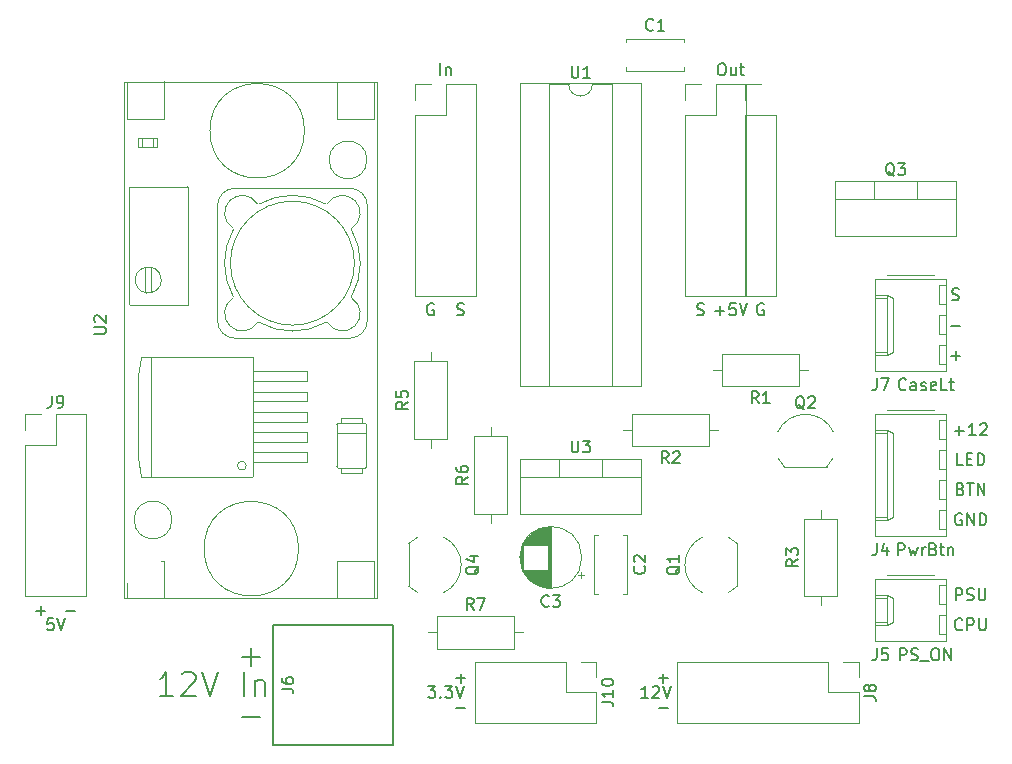
<source format=gto>
G04 #@! TF.GenerationSoftware,KiCad,Pcbnew,(5.1.10)-1*
G04 #@! TF.CreationDate,2021-09-17T19:57:58-07:00*
G04 #@! TF.ProjectId,PrinterExpansion,5072696e-7465-4724-9578-70616e73696f,rev?*
G04 #@! TF.SameCoordinates,Original*
G04 #@! TF.FileFunction,Legend,Top*
G04 #@! TF.FilePolarity,Positive*
%FSLAX46Y46*%
G04 Gerber Fmt 4.6, Leading zero omitted, Abs format (unit mm)*
G04 Created by KiCad (PCBNEW (5.1.10)-1) date 2021-09-17 19:57:58*
%MOMM*%
%LPD*%
G01*
G04 APERTURE LIST*
%ADD10C,0.150000*%
%ADD11C,0.120000*%
%ADD12O,1.905000X2.000000*%
%ADD13R,1.905000X2.000000*%
%ADD14C,1.600000*%
%ADD15R,1.600000X1.600000*%
%ADD16O,1.600000X1.600000*%
%ADD17C,3.000000*%
%ADD18R,3.000000X3.000000*%
%ADD19O,1.700000X1.700000*%
%ADD20R,1.700000X1.700000*%
%ADD21R,1.500000X1.500000*%
%ADD22C,1.500000*%
%ADD23C,3.200000*%
%ADD24C,2.540000*%
%ADD25R,2.540000X2.540000*%
%ADD26O,2.190000X1.740000*%
G04 APERTURE END LIST*
D10*
X70739047Y-76906428D02*
X71500952Y-76906428D01*
X68373809Y-75017380D02*
X68992857Y-75017380D01*
X68659523Y-75398333D01*
X68802380Y-75398333D01*
X68897619Y-75445952D01*
X68945238Y-75493571D01*
X68992857Y-75588809D01*
X68992857Y-75826904D01*
X68945238Y-75922142D01*
X68897619Y-75969761D01*
X68802380Y-76017380D01*
X68516666Y-76017380D01*
X68421428Y-75969761D01*
X68373809Y-75922142D01*
X69421428Y-75922142D02*
X69469047Y-75969761D01*
X69421428Y-76017380D01*
X69373809Y-75969761D01*
X69421428Y-75922142D01*
X69421428Y-76017380D01*
X69802380Y-75017380D02*
X70421428Y-75017380D01*
X70088095Y-75398333D01*
X70230952Y-75398333D01*
X70326190Y-75445952D01*
X70373809Y-75493571D01*
X70421428Y-75588809D01*
X70421428Y-75826904D01*
X70373809Y-75922142D01*
X70326190Y-75969761D01*
X70230952Y-76017380D01*
X69945238Y-76017380D01*
X69850000Y-75969761D01*
X69802380Y-75922142D01*
X70707142Y-75017380D02*
X71040476Y-76017380D01*
X71373809Y-75017380D01*
X70739047Y-74366428D02*
X71500952Y-74366428D01*
X71120000Y-74747380D02*
X71120000Y-73985476D01*
X93146666Y-22312380D02*
X93337142Y-22312380D01*
X93432380Y-22360000D01*
X93527619Y-22455238D01*
X93575238Y-22645714D01*
X93575238Y-22979047D01*
X93527619Y-23169523D01*
X93432380Y-23264761D01*
X93337142Y-23312380D01*
X93146666Y-23312380D01*
X93051428Y-23264761D01*
X92956190Y-23169523D01*
X92908571Y-22979047D01*
X92908571Y-22645714D01*
X92956190Y-22455238D01*
X93051428Y-22360000D01*
X93146666Y-22312380D01*
X94432380Y-22645714D02*
X94432380Y-23312380D01*
X94003809Y-22645714D02*
X94003809Y-23169523D01*
X94051428Y-23264761D01*
X94146666Y-23312380D01*
X94289523Y-23312380D01*
X94384761Y-23264761D01*
X94432380Y-23217142D01*
X94765714Y-22645714D02*
X95146666Y-22645714D01*
X94908571Y-22312380D02*
X94908571Y-23169523D01*
X94956190Y-23264761D01*
X95051428Y-23312380D01*
X95146666Y-23312380D01*
X69397619Y-23312380D02*
X69397619Y-22312380D01*
X69873809Y-22645714D02*
X69873809Y-23312380D01*
X69873809Y-22740952D02*
X69921428Y-22693333D01*
X70016666Y-22645714D01*
X70159523Y-22645714D01*
X70254761Y-22693333D01*
X70302380Y-22788571D01*
X70302380Y-23312380D01*
X96781904Y-42680000D02*
X96686666Y-42632380D01*
X96543809Y-42632380D01*
X96400952Y-42680000D01*
X96305714Y-42775238D01*
X96258095Y-42870476D01*
X96210476Y-43060952D01*
X96210476Y-43203809D01*
X96258095Y-43394285D01*
X96305714Y-43489523D01*
X96400952Y-43584761D01*
X96543809Y-43632380D01*
X96639047Y-43632380D01*
X96781904Y-43584761D01*
X96829523Y-43537142D01*
X96829523Y-43203809D01*
X96639047Y-43203809D01*
X92694285Y-43251428D02*
X93456190Y-43251428D01*
X93075238Y-43632380D02*
X93075238Y-42870476D01*
X94408571Y-42632380D02*
X93932380Y-42632380D01*
X93884761Y-43108571D01*
X93932380Y-43060952D01*
X94027619Y-43013333D01*
X94265714Y-43013333D01*
X94360952Y-43060952D01*
X94408571Y-43108571D01*
X94456190Y-43203809D01*
X94456190Y-43441904D01*
X94408571Y-43537142D01*
X94360952Y-43584761D01*
X94265714Y-43632380D01*
X94027619Y-43632380D01*
X93932380Y-43584761D01*
X93884761Y-43537142D01*
X94741904Y-42632380D02*
X95075238Y-43632380D01*
X95408571Y-42632380D01*
X91154285Y-43584761D02*
X91297142Y-43632380D01*
X91535238Y-43632380D01*
X91630476Y-43584761D01*
X91678095Y-43537142D01*
X91725714Y-43441904D01*
X91725714Y-43346666D01*
X91678095Y-43251428D01*
X91630476Y-43203809D01*
X91535238Y-43156190D01*
X91344761Y-43108571D01*
X91249523Y-43060952D01*
X91201904Y-43013333D01*
X91154285Y-42918095D01*
X91154285Y-42822857D01*
X91201904Y-42727619D01*
X91249523Y-42680000D01*
X91344761Y-42632380D01*
X91582857Y-42632380D01*
X91725714Y-42680000D01*
X70834285Y-43584761D02*
X70977142Y-43632380D01*
X71215238Y-43632380D01*
X71310476Y-43584761D01*
X71358095Y-43537142D01*
X71405714Y-43441904D01*
X71405714Y-43346666D01*
X71358095Y-43251428D01*
X71310476Y-43203809D01*
X71215238Y-43156190D01*
X71024761Y-43108571D01*
X70929523Y-43060952D01*
X70881904Y-43013333D01*
X70834285Y-42918095D01*
X70834285Y-42822857D01*
X70881904Y-42727619D01*
X70929523Y-42680000D01*
X71024761Y-42632380D01*
X71262857Y-42632380D01*
X71405714Y-42680000D01*
X68841904Y-42680000D02*
X68746666Y-42632380D01*
X68603809Y-42632380D01*
X68460952Y-42680000D01*
X68365714Y-42775238D01*
X68318095Y-42870476D01*
X68270476Y-43060952D01*
X68270476Y-43203809D01*
X68318095Y-43394285D01*
X68365714Y-43489523D01*
X68460952Y-43584761D01*
X68603809Y-43632380D01*
X68699047Y-43632380D01*
X68841904Y-43584761D01*
X68889523Y-43537142D01*
X68889523Y-43203809D01*
X68699047Y-43203809D01*
X108156666Y-63952380D02*
X108156666Y-62952380D01*
X108537619Y-62952380D01*
X108632857Y-63000000D01*
X108680476Y-63047619D01*
X108728095Y-63142857D01*
X108728095Y-63285714D01*
X108680476Y-63380952D01*
X108632857Y-63428571D01*
X108537619Y-63476190D01*
X108156666Y-63476190D01*
X109061428Y-63285714D02*
X109251904Y-63952380D01*
X109442380Y-63476190D01*
X109632857Y-63952380D01*
X109823333Y-63285714D01*
X110204285Y-63952380D02*
X110204285Y-63285714D01*
X110204285Y-63476190D02*
X110251904Y-63380952D01*
X110299523Y-63333333D01*
X110394761Y-63285714D01*
X110490000Y-63285714D01*
X111156666Y-63428571D02*
X111299523Y-63476190D01*
X111347142Y-63523809D01*
X111394761Y-63619047D01*
X111394761Y-63761904D01*
X111347142Y-63857142D01*
X111299523Y-63904761D01*
X111204285Y-63952380D01*
X110823333Y-63952380D01*
X110823333Y-62952380D01*
X111156666Y-62952380D01*
X111251904Y-63000000D01*
X111299523Y-63047619D01*
X111347142Y-63142857D01*
X111347142Y-63238095D01*
X111299523Y-63333333D01*
X111251904Y-63380952D01*
X111156666Y-63428571D01*
X110823333Y-63428571D01*
X111680476Y-63285714D02*
X112061428Y-63285714D01*
X111823333Y-62952380D02*
X111823333Y-63809523D01*
X111870952Y-63904761D01*
X111966190Y-63952380D01*
X112061428Y-63952380D01*
X112394761Y-63285714D02*
X112394761Y-63952380D01*
X112394761Y-63380952D02*
X112442380Y-63333333D01*
X112537619Y-63285714D01*
X112680476Y-63285714D01*
X112775714Y-63333333D01*
X112823333Y-63428571D01*
X112823333Y-63952380D01*
X108323333Y-72842380D02*
X108323333Y-71842380D01*
X108704285Y-71842380D01*
X108799523Y-71890000D01*
X108847142Y-71937619D01*
X108894761Y-72032857D01*
X108894761Y-72175714D01*
X108847142Y-72270952D01*
X108799523Y-72318571D01*
X108704285Y-72366190D01*
X108323333Y-72366190D01*
X109275714Y-72794761D02*
X109418571Y-72842380D01*
X109656666Y-72842380D01*
X109751904Y-72794761D01*
X109799523Y-72747142D01*
X109847142Y-72651904D01*
X109847142Y-72556666D01*
X109799523Y-72461428D01*
X109751904Y-72413809D01*
X109656666Y-72366190D01*
X109466190Y-72318571D01*
X109370952Y-72270952D01*
X109323333Y-72223333D01*
X109275714Y-72128095D01*
X109275714Y-72032857D01*
X109323333Y-71937619D01*
X109370952Y-71890000D01*
X109466190Y-71842380D01*
X109704285Y-71842380D01*
X109847142Y-71890000D01*
X110037619Y-72937619D02*
X110799523Y-72937619D01*
X111228095Y-71842380D02*
X111418571Y-71842380D01*
X111513809Y-71890000D01*
X111609047Y-71985238D01*
X111656666Y-72175714D01*
X111656666Y-72509047D01*
X111609047Y-72699523D01*
X111513809Y-72794761D01*
X111418571Y-72842380D01*
X111228095Y-72842380D01*
X111132857Y-72794761D01*
X111037619Y-72699523D01*
X110990000Y-72509047D01*
X110990000Y-72175714D01*
X111037619Y-71985238D01*
X111132857Y-71890000D01*
X111228095Y-71842380D01*
X112085238Y-72842380D02*
X112085238Y-71842380D01*
X112656666Y-72842380D01*
X112656666Y-71842380D01*
X108823333Y-49887142D02*
X108775714Y-49934761D01*
X108632857Y-49982380D01*
X108537619Y-49982380D01*
X108394761Y-49934761D01*
X108299523Y-49839523D01*
X108251904Y-49744285D01*
X108204285Y-49553809D01*
X108204285Y-49410952D01*
X108251904Y-49220476D01*
X108299523Y-49125238D01*
X108394761Y-49030000D01*
X108537619Y-48982380D01*
X108632857Y-48982380D01*
X108775714Y-49030000D01*
X108823333Y-49077619D01*
X109680476Y-49982380D02*
X109680476Y-49458571D01*
X109632857Y-49363333D01*
X109537619Y-49315714D01*
X109347142Y-49315714D01*
X109251904Y-49363333D01*
X109680476Y-49934761D02*
X109585238Y-49982380D01*
X109347142Y-49982380D01*
X109251904Y-49934761D01*
X109204285Y-49839523D01*
X109204285Y-49744285D01*
X109251904Y-49649047D01*
X109347142Y-49601428D01*
X109585238Y-49601428D01*
X109680476Y-49553809D01*
X110109047Y-49934761D02*
X110204285Y-49982380D01*
X110394761Y-49982380D01*
X110490000Y-49934761D01*
X110537619Y-49839523D01*
X110537619Y-49791904D01*
X110490000Y-49696666D01*
X110394761Y-49649047D01*
X110251904Y-49649047D01*
X110156666Y-49601428D01*
X110109047Y-49506190D01*
X110109047Y-49458571D01*
X110156666Y-49363333D01*
X110251904Y-49315714D01*
X110394761Y-49315714D01*
X110490000Y-49363333D01*
X111347142Y-49934761D02*
X111251904Y-49982380D01*
X111061428Y-49982380D01*
X110966190Y-49934761D01*
X110918571Y-49839523D01*
X110918571Y-49458571D01*
X110966190Y-49363333D01*
X111061428Y-49315714D01*
X111251904Y-49315714D01*
X111347142Y-49363333D01*
X111394761Y-49458571D01*
X111394761Y-49553809D01*
X110918571Y-49649047D01*
X112299523Y-49982380D02*
X111823333Y-49982380D01*
X111823333Y-48982380D01*
X112490000Y-49315714D02*
X112870952Y-49315714D01*
X112632857Y-48982380D02*
X112632857Y-49839523D01*
X112680476Y-49934761D01*
X112775714Y-49982380D01*
X112870952Y-49982380D01*
X112649047Y-47061428D02*
X113410952Y-47061428D01*
X113030000Y-47442380D02*
X113030000Y-46680476D01*
X112744285Y-42314761D02*
X112887142Y-42362380D01*
X113125238Y-42362380D01*
X113220476Y-42314761D01*
X113268095Y-42267142D01*
X113315714Y-42171904D01*
X113315714Y-42076666D01*
X113268095Y-41981428D01*
X113220476Y-41933809D01*
X113125238Y-41886190D01*
X112934761Y-41838571D01*
X112839523Y-41790952D01*
X112791904Y-41743333D01*
X112744285Y-41648095D01*
X112744285Y-41552857D01*
X112791904Y-41457619D01*
X112839523Y-41410000D01*
X112934761Y-41362380D01*
X113172857Y-41362380D01*
X113315714Y-41410000D01*
X112649047Y-44521428D02*
X113410952Y-44521428D01*
X112966666Y-53411428D02*
X113728571Y-53411428D01*
X113347619Y-53792380D02*
X113347619Y-53030476D01*
X114728571Y-53792380D02*
X114157142Y-53792380D01*
X114442857Y-53792380D02*
X114442857Y-52792380D01*
X114347619Y-52935238D01*
X114252380Y-53030476D01*
X114157142Y-53078095D01*
X115109523Y-52887619D02*
X115157142Y-52840000D01*
X115252380Y-52792380D01*
X115490476Y-52792380D01*
X115585714Y-52840000D01*
X115633333Y-52887619D01*
X115680952Y-52982857D01*
X115680952Y-53078095D01*
X115633333Y-53220952D01*
X115061904Y-53792380D01*
X115680952Y-53792380D01*
X113538095Y-60460000D02*
X113442857Y-60412380D01*
X113300000Y-60412380D01*
X113157142Y-60460000D01*
X113061904Y-60555238D01*
X113014285Y-60650476D01*
X112966666Y-60840952D01*
X112966666Y-60983809D01*
X113014285Y-61174285D01*
X113061904Y-61269523D01*
X113157142Y-61364761D01*
X113300000Y-61412380D01*
X113395238Y-61412380D01*
X113538095Y-61364761D01*
X113585714Y-61317142D01*
X113585714Y-60983809D01*
X113395238Y-60983809D01*
X114014285Y-61412380D02*
X114014285Y-60412380D01*
X114585714Y-61412380D01*
X114585714Y-60412380D01*
X115061904Y-61412380D02*
X115061904Y-60412380D01*
X115300000Y-60412380D01*
X115442857Y-60460000D01*
X115538095Y-60555238D01*
X115585714Y-60650476D01*
X115633333Y-60840952D01*
X115633333Y-60983809D01*
X115585714Y-61174285D01*
X115538095Y-61269523D01*
X115442857Y-61364761D01*
X115300000Y-61412380D01*
X115061904Y-61412380D01*
X113657142Y-56332380D02*
X113180952Y-56332380D01*
X113180952Y-55332380D01*
X113990476Y-55808571D02*
X114323809Y-55808571D01*
X114466666Y-56332380D02*
X113990476Y-56332380D01*
X113990476Y-55332380D01*
X114466666Y-55332380D01*
X114895238Y-56332380D02*
X114895238Y-55332380D01*
X115133333Y-55332380D01*
X115276190Y-55380000D01*
X115371428Y-55475238D01*
X115419047Y-55570476D01*
X115466666Y-55760952D01*
X115466666Y-55903809D01*
X115419047Y-56094285D01*
X115371428Y-56189523D01*
X115276190Y-56284761D01*
X115133333Y-56332380D01*
X114895238Y-56332380D01*
X113466666Y-58348571D02*
X113609523Y-58396190D01*
X113657142Y-58443809D01*
X113704761Y-58539047D01*
X113704761Y-58681904D01*
X113657142Y-58777142D01*
X113609523Y-58824761D01*
X113514285Y-58872380D01*
X113133333Y-58872380D01*
X113133333Y-57872380D01*
X113466666Y-57872380D01*
X113561904Y-57920000D01*
X113609523Y-57967619D01*
X113657142Y-58062857D01*
X113657142Y-58158095D01*
X113609523Y-58253333D01*
X113561904Y-58300952D01*
X113466666Y-58348571D01*
X113133333Y-58348571D01*
X113990476Y-57872380D02*
X114561904Y-57872380D01*
X114276190Y-58872380D02*
X114276190Y-57872380D01*
X114895238Y-58872380D02*
X114895238Y-57872380D01*
X115466666Y-58872380D01*
X115466666Y-57872380D01*
X113585714Y-70207142D02*
X113538095Y-70254761D01*
X113395238Y-70302380D01*
X113300000Y-70302380D01*
X113157142Y-70254761D01*
X113061904Y-70159523D01*
X113014285Y-70064285D01*
X112966666Y-69873809D01*
X112966666Y-69730952D01*
X113014285Y-69540476D01*
X113061904Y-69445238D01*
X113157142Y-69350000D01*
X113300000Y-69302380D01*
X113395238Y-69302380D01*
X113538095Y-69350000D01*
X113585714Y-69397619D01*
X114014285Y-70302380D02*
X114014285Y-69302380D01*
X114395238Y-69302380D01*
X114490476Y-69350000D01*
X114538095Y-69397619D01*
X114585714Y-69492857D01*
X114585714Y-69635714D01*
X114538095Y-69730952D01*
X114490476Y-69778571D01*
X114395238Y-69826190D01*
X114014285Y-69826190D01*
X115014285Y-69302380D02*
X115014285Y-70111904D01*
X115061904Y-70207142D01*
X115109523Y-70254761D01*
X115204761Y-70302380D01*
X115395238Y-70302380D01*
X115490476Y-70254761D01*
X115538095Y-70207142D01*
X115585714Y-70111904D01*
X115585714Y-69302380D01*
X113038095Y-67762380D02*
X113038095Y-66762380D01*
X113419047Y-66762380D01*
X113514285Y-66810000D01*
X113561904Y-66857619D01*
X113609523Y-66952857D01*
X113609523Y-67095714D01*
X113561904Y-67190952D01*
X113514285Y-67238571D01*
X113419047Y-67286190D01*
X113038095Y-67286190D01*
X113990476Y-67714761D02*
X114133333Y-67762380D01*
X114371428Y-67762380D01*
X114466666Y-67714761D01*
X114514285Y-67667142D01*
X114561904Y-67571904D01*
X114561904Y-67476666D01*
X114514285Y-67381428D01*
X114466666Y-67333809D01*
X114371428Y-67286190D01*
X114180952Y-67238571D01*
X114085714Y-67190952D01*
X114038095Y-67143333D01*
X113990476Y-67048095D01*
X113990476Y-66952857D01*
X114038095Y-66857619D01*
X114085714Y-66810000D01*
X114180952Y-66762380D01*
X114419047Y-66762380D01*
X114561904Y-66810000D01*
X114990476Y-66762380D02*
X114990476Y-67571904D01*
X115038095Y-67667142D01*
X115085714Y-67714761D01*
X115180952Y-67762380D01*
X115371428Y-67762380D01*
X115466666Y-67714761D01*
X115514285Y-67667142D01*
X115561904Y-67571904D01*
X115561904Y-66762380D01*
X46784047Y-75834761D02*
X45641190Y-75834761D01*
X46212619Y-75834761D02*
X46212619Y-73834761D01*
X46022142Y-74120476D01*
X45831666Y-74310952D01*
X45641190Y-74406190D01*
X47545952Y-74025238D02*
X47641190Y-73930000D01*
X47831666Y-73834761D01*
X48307857Y-73834761D01*
X48498333Y-73930000D01*
X48593571Y-74025238D01*
X48688809Y-74215714D01*
X48688809Y-74406190D01*
X48593571Y-74691904D01*
X47450714Y-75834761D01*
X48688809Y-75834761D01*
X49260238Y-73834761D02*
X49926904Y-75834761D01*
X50593571Y-73834761D01*
X52784047Y-75834761D02*
X52784047Y-73834761D01*
X53736428Y-74501428D02*
X53736428Y-75834761D01*
X53736428Y-74691904D02*
X53831666Y-74596666D01*
X54022142Y-74501428D01*
X54307857Y-74501428D01*
X54498333Y-74596666D01*
X54593571Y-74787142D01*
X54593571Y-75834761D01*
X36639523Y-69302380D02*
X36163333Y-69302380D01*
X36115714Y-69778571D01*
X36163333Y-69730952D01*
X36258571Y-69683333D01*
X36496666Y-69683333D01*
X36591904Y-69730952D01*
X36639523Y-69778571D01*
X36687142Y-69873809D01*
X36687142Y-70111904D01*
X36639523Y-70207142D01*
X36591904Y-70254761D01*
X36496666Y-70302380D01*
X36258571Y-70302380D01*
X36163333Y-70254761D01*
X36115714Y-70207142D01*
X36972857Y-69302380D02*
X37306190Y-70302380D01*
X37639523Y-69302380D01*
X37719047Y-68651428D02*
X38480952Y-68651428D01*
X35179047Y-68651428D02*
X35940952Y-68651428D01*
X35560000Y-69032380D02*
X35560000Y-68270476D01*
X87010952Y-76017380D02*
X86439523Y-76017380D01*
X86725238Y-76017380D02*
X86725238Y-75017380D01*
X86630000Y-75160238D01*
X86534761Y-75255476D01*
X86439523Y-75303095D01*
X87391904Y-75112619D02*
X87439523Y-75065000D01*
X87534761Y-75017380D01*
X87772857Y-75017380D01*
X87868095Y-75065000D01*
X87915714Y-75112619D01*
X87963333Y-75207857D01*
X87963333Y-75303095D01*
X87915714Y-75445952D01*
X87344285Y-76017380D01*
X87963333Y-76017380D01*
X88249047Y-75017380D02*
X88582380Y-76017380D01*
X88915714Y-75017380D01*
X87884047Y-76906428D02*
X88645952Y-76906428D01*
X87884047Y-74366428D02*
X88645952Y-74366428D01*
X88265000Y-74747380D02*
X88265000Y-73985476D01*
X52578095Y-77612857D02*
X54101904Y-77612857D01*
X52578095Y-72532857D02*
X54101904Y-72532857D01*
X53340000Y-73294761D02*
X53340000Y-71770952D01*
D11*
X76160000Y-55785000D02*
X86400000Y-55785000D01*
X76160000Y-60426000D02*
X86400000Y-60426000D01*
X76160000Y-55785000D02*
X76160000Y-60426000D01*
X86400000Y-55785000D02*
X86400000Y-60426000D01*
X76160000Y-57295000D02*
X86400000Y-57295000D01*
X79430000Y-55785000D02*
X79430000Y-57295000D01*
X83131000Y-55785000D02*
X83131000Y-57295000D01*
X81380000Y-64135000D02*
G75*
G03*
X81380000Y-64135000I-2620000J0D01*
G01*
X78760000Y-66715000D02*
X78760000Y-61555000D01*
X78720000Y-66715000D02*
X78720000Y-61555000D01*
X78680000Y-66714000D02*
X78680000Y-61556000D01*
X78640000Y-66713000D02*
X78640000Y-61557000D01*
X78600000Y-66711000D02*
X78600000Y-61559000D01*
X78560000Y-66708000D02*
X78560000Y-61562000D01*
X78520000Y-66704000D02*
X78520000Y-65175000D01*
X78520000Y-63095000D02*
X78520000Y-61566000D01*
X78480000Y-66700000D02*
X78480000Y-65175000D01*
X78480000Y-63095000D02*
X78480000Y-61570000D01*
X78440000Y-66696000D02*
X78440000Y-65175000D01*
X78440000Y-63095000D02*
X78440000Y-61574000D01*
X78400000Y-66691000D02*
X78400000Y-65175000D01*
X78400000Y-63095000D02*
X78400000Y-61579000D01*
X78360000Y-66685000D02*
X78360000Y-65175000D01*
X78360000Y-63095000D02*
X78360000Y-61585000D01*
X78320000Y-66678000D02*
X78320000Y-65175000D01*
X78320000Y-63095000D02*
X78320000Y-61592000D01*
X78280000Y-66671000D02*
X78280000Y-65175000D01*
X78280000Y-63095000D02*
X78280000Y-61599000D01*
X78240000Y-66663000D02*
X78240000Y-65175000D01*
X78240000Y-63095000D02*
X78240000Y-61607000D01*
X78200000Y-66655000D02*
X78200000Y-65175000D01*
X78200000Y-63095000D02*
X78200000Y-61615000D01*
X78160000Y-66646000D02*
X78160000Y-65175000D01*
X78160000Y-63095000D02*
X78160000Y-61624000D01*
X78120000Y-66636000D02*
X78120000Y-65175000D01*
X78120000Y-63095000D02*
X78120000Y-61634000D01*
X78080000Y-66626000D02*
X78080000Y-65175000D01*
X78080000Y-63095000D02*
X78080000Y-61644000D01*
X78039000Y-66615000D02*
X78039000Y-65175000D01*
X78039000Y-63095000D02*
X78039000Y-61655000D01*
X77999000Y-66603000D02*
X77999000Y-65175000D01*
X77999000Y-63095000D02*
X77999000Y-61667000D01*
X77959000Y-66590000D02*
X77959000Y-65175000D01*
X77959000Y-63095000D02*
X77959000Y-61680000D01*
X77919000Y-66577000D02*
X77919000Y-65175000D01*
X77919000Y-63095000D02*
X77919000Y-61693000D01*
X77879000Y-66563000D02*
X77879000Y-65175000D01*
X77879000Y-63095000D02*
X77879000Y-61707000D01*
X77839000Y-66549000D02*
X77839000Y-65175000D01*
X77839000Y-63095000D02*
X77839000Y-61721000D01*
X77799000Y-66533000D02*
X77799000Y-65175000D01*
X77799000Y-63095000D02*
X77799000Y-61737000D01*
X77759000Y-66517000D02*
X77759000Y-65175000D01*
X77759000Y-63095000D02*
X77759000Y-61753000D01*
X77719000Y-66500000D02*
X77719000Y-65175000D01*
X77719000Y-63095000D02*
X77719000Y-61770000D01*
X77679000Y-66483000D02*
X77679000Y-65175000D01*
X77679000Y-63095000D02*
X77679000Y-61787000D01*
X77639000Y-66464000D02*
X77639000Y-65175000D01*
X77639000Y-63095000D02*
X77639000Y-61806000D01*
X77599000Y-66445000D02*
X77599000Y-65175000D01*
X77599000Y-63095000D02*
X77599000Y-61825000D01*
X77559000Y-66425000D02*
X77559000Y-65175000D01*
X77559000Y-63095000D02*
X77559000Y-61845000D01*
X77519000Y-66403000D02*
X77519000Y-65175000D01*
X77519000Y-63095000D02*
X77519000Y-61867000D01*
X77479000Y-66382000D02*
X77479000Y-65175000D01*
X77479000Y-63095000D02*
X77479000Y-61888000D01*
X77439000Y-66359000D02*
X77439000Y-65175000D01*
X77439000Y-63095000D02*
X77439000Y-61911000D01*
X77399000Y-66335000D02*
X77399000Y-65175000D01*
X77399000Y-63095000D02*
X77399000Y-61935000D01*
X77359000Y-66310000D02*
X77359000Y-65175000D01*
X77359000Y-63095000D02*
X77359000Y-61960000D01*
X77319000Y-66284000D02*
X77319000Y-65175000D01*
X77319000Y-63095000D02*
X77319000Y-61986000D01*
X77279000Y-66257000D02*
X77279000Y-65175000D01*
X77279000Y-63095000D02*
X77279000Y-62013000D01*
X77239000Y-66230000D02*
X77239000Y-65175000D01*
X77239000Y-63095000D02*
X77239000Y-62040000D01*
X77199000Y-66200000D02*
X77199000Y-65175000D01*
X77199000Y-63095000D02*
X77199000Y-62070000D01*
X77159000Y-66170000D02*
X77159000Y-65175000D01*
X77159000Y-63095000D02*
X77159000Y-62100000D01*
X77119000Y-66139000D02*
X77119000Y-65175000D01*
X77119000Y-63095000D02*
X77119000Y-62131000D01*
X77079000Y-66106000D02*
X77079000Y-65175000D01*
X77079000Y-63095000D02*
X77079000Y-62164000D01*
X77039000Y-66072000D02*
X77039000Y-65175000D01*
X77039000Y-63095000D02*
X77039000Y-62198000D01*
X76999000Y-66036000D02*
X76999000Y-65175000D01*
X76999000Y-63095000D02*
X76999000Y-62234000D01*
X76959000Y-65999000D02*
X76959000Y-65175000D01*
X76959000Y-63095000D02*
X76959000Y-62271000D01*
X76919000Y-65961000D02*
X76919000Y-65175000D01*
X76919000Y-63095000D02*
X76919000Y-62309000D01*
X76879000Y-65920000D02*
X76879000Y-65175000D01*
X76879000Y-63095000D02*
X76879000Y-62350000D01*
X76839000Y-65878000D02*
X76839000Y-65175000D01*
X76839000Y-63095000D02*
X76839000Y-62392000D01*
X76799000Y-65834000D02*
X76799000Y-65175000D01*
X76799000Y-63095000D02*
X76799000Y-62436000D01*
X76759000Y-65788000D02*
X76759000Y-65175000D01*
X76759000Y-63095000D02*
X76759000Y-62482000D01*
X76719000Y-65740000D02*
X76719000Y-65175000D01*
X76719000Y-63095000D02*
X76719000Y-62530000D01*
X76679000Y-65689000D02*
X76679000Y-65175000D01*
X76679000Y-63095000D02*
X76679000Y-62581000D01*
X76639000Y-65635000D02*
X76639000Y-65175000D01*
X76639000Y-63095000D02*
X76639000Y-62635000D01*
X76599000Y-65578000D02*
X76599000Y-65175000D01*
X76599000Y-63095000D02*
X76599000Y-62692000D01*
X76559000Y-65518000D02*
X76559000Y-65175000D01*
X76559000Y-63095000D02*
X76559000Y-62752000D01*
X76519000Y-65454000D02*
X76519000Y-65175000D01*
X76519000Y-63095000D02*
X76519000Y-62816000D01*
X76479000Y-65386000D02*
X76479000Y-65175000D01*
X76479000Y-63095000D02*
X76479000Y-62884000D01*
X76439000Y-65313000D02*
X76439000Y-62957000D01*
X76399000Y-65233000D02*
X76399000Y-63037000D01*
X76359000Y-65146000D02*
X76359000Y-63124000D01*
X76319000Y-65050000D02*
X76319000Y-63220000D01*
X76279000Y-64940000D02*
X76279000Y-63330000D01*
X76239000Y-64812000D02*
X76239000Y-63458000D01*
X76199000Y-64653000D02*
X76199000Y-63617000D01*
X76159000Y-64419000D02*
X76159000Y-63851000D01*
X81564775Y-65610000D02*
X81064775Y-65610000D01*
X81314775Y-65860000D02*
X81314775Y-65360000D01*
X69120000Y-69115000D02*
X69120000Y-71855000D01*
X69120000Y-71855000D02*
X75660000Y-71855000D01*
X75660000Y-71855000D02*
X75660000Y-69115000D01*
X75660000Y-69115000D02*
X69120000Y-69115000D01*
X68350000Y-70485000D02*
X69120000Y-70485000D01*
X76430000Y-70485000D02*
X75660000Y-70485000D01*
D10*
X55245000Y-69850000D02*
X65405000Y-69850000D01*
X55245000Y-80010000D02*
X55245000Y-69850000D01*
X65405000Y-80010000D02*
X55245000Y-80010000D01*
X65405000Y-69850000D02*
X65405000Y-80010000D01*
D11*
X72330000Y-72965000D02*
X72330000Y-78165000D01*
X80010000Y-72965000D02*
X72330000Y-72965000D01*
X82610000Y-78165000D02*
X72330000Y-78165000D01*
X80010000Y-72965000D02*
X80010000Y-75565000D01*
X80010000Y-75565000D02*
X82610000Y-75565000D01*
X82610000Y-75565000D02*
X82610000Y-78165000D01*
X81280000Y-72965000D02*
X82610000Y-72965000D01*
X82610000Y-72965000D02*
X82610000Y-74295000D01*
X102830000Y-32290000D02*
X113070000Y-32290000D01*
X102830000Y-36931000D02*
X113070000Y-36931000D01*
X102830000Y-32290000D02*
X102830000Y-36931000D01*
X113070000Y-32290000D02*
X113070000Y-36931000D01*
X102830000Y-33800000D02*
X113070000Y-33800000D01*
X106100000Y-32290000D02*
X106100000Y-33800000D01*
X109801000Y-32290000D02*
X109801000Y-33800000D01*
X86420000Y-24010000D02*
X76140000Y-24010000D01*
X86420000Y-49650000D02*
X86420000Y-24010000D01*
X76140000Y-49650000D02*
X86420000Y-49650000D01*
X76140000Y-24010000D02*
X76140000Y-49650000D01*
X83930000Y-24070000D02*
X82280000Y-24070000D01*
X83930000Y-49590000D02*
X83930000Y-24070000D01*
X78630000Y-49590000D02*
X83930000Y-49590000D01*
X78630000Y-24070000D02*
X78630000Y-49590000D01*
X80280000Y-24070000D02*
X78630000Y-24070000D01*
X82280000Y-24070000D02*
G75*
G02*
X80280000Y-24070000I-1000000J0D01*
G01*
X34230000Y-67370000D02*
X39430000Y-67370000D01*
X34230000Y-54610000D02*
X34230000Y-67370000D01*
X39430000Y-52010000D02*
X39430000Y-67370000D01*
X34230000Y-54610000D02*
X36830000Y-54610000D01*
X36830000Y-54610000D02*
X36830000Y-52010000D01*
X36830000Y-52010000D02*
X39430000Y-52010000D01*
X34230000Y-53340000D02*
X34230000Y-52010000D01*
X34230000Y-52010000D02*
X35560000Y-52010000D01*
X102654184Y-55732795D02*
G75*
G02*
X102130000Y-56460000I-2324184J1122795D01*
G01*
X102686400Y-53511193D02*
G75*
G03*
X100330000Y-52010000I-2356400J-1098807D01*
G01*
X97973600Y-53511193D02*
G75*
G02*
X100330000Y-52010000I2356400J-1098807D01*
G01*
X98005816Y-55732795D02*
G75*
G03*
X98530000Y-56460000I2324184J1122795D01*
G01*
X98530000Y-56460000D02*
X102130000Y-56460000D01*
X93832795Y-62445816D02*
G75*
G02*
X94560000Y-62970000I-1122795J-2324184D01*
G01*
X91611193Y-62413600D02*
G75*
G03*
X90110000Y-64770000I1098807J-2356400D01*
G01*
X91611193Y-67126400D02*
G75*
G02*
X90110000Y-64770000I1098807J2356400D01*
G01*
X93832795Y-67094184D02*
G75*
G03*
X94560000Y-66570000I-1122795J2324184D01*
G01*
X94560000Y-66570000D02*
X94560000Y-62970000D01*
X67457205Y-67094184D02*
G75*
G02*
X66730000Y-66570000I1122795J2324184D01*
G01*
X69678807Y-67126400D02*
G75*
G03*
X71180000Y-64770000I-1098807J2356400D01*
G01*
X69678807Y-62413600D02*
G75*
G02*
X71180000Y-64770000I-1098807J-2356400D01*
G01*
X67457205Y-62445816D02*
G75*
G03*
X66730000Y-62970000I1122795J-2324184D01*
G01*
X66730000Y-62970000D02*
X66730000Y-66570000D01*
X72290000Y-60420000D02*
X75030000Y-60420000D01*
X75030000Y-60420000D02*
X75030000Y-53880000D01*
X75030000Y-53880000D02*
X72290000Y-53880000D01*
X72290000Y-53880000D02*
X72290000Y-60420000D01*
X73660000Y-61190000D02*
X73660000Y-60420000D01*
X73660000Y-53110000D02*
X73660000Y-53880000D01*
X67210000Y-54070000D02*
X69950000Y-54070000D01*
X69950000Y-54070000D02*
X69950000Y-47530000D01*
X69950000Y-47530000D02*
X67210000Y-47530000D01*
X67210000Y-47530000D02*
X67210000Y-54070000D01*
X68580000Y-54840000D02*
X68580000Y-54070000D01*
X68580000Y-46760000D02*
X68580000Y-47530000D01*
X89475000Y-72965000D02*
X89475000Y-78165000D01*
X102235000Y-72965000D02*
X89475000Y-72965000D01*
X104835000Y-78165000D02*
X89475000Y-78165000D01*
X102235000Y-72965000D02*
X102235000Y-75565000D01*
X102235000Y-75565000D02*
X104835000Y-75565000D01*
X104835000Y-75565000D02*
X104835000Y-78165000D01*
X103505000Y-72965000D02*
X104835000Y-72965000D01*
X104835000Y-72965000D02*
X104835000Y-74295000D01*
X95190000Y-41970000D02*
X97850000Y-41970000D01*
X95190000Y-26670000D02*
X95190000Y-41970000D01*
X97850000Y-26670000D02*
X97850000Y-41970000D01*
X95190000Y-26670000D02*
X97850000Y-26670000D01*
X95190000Y-25400000D02*
X95190000Y-24070000D01*
X95190000Y-24070000D02*
X96520000Y-24070000D01*
X90110000Y-41970000D02*
X95310000Y-41970000D01*
X90110000Y-26670000D02*
X90110000Y-41970000D01*
X95310000Y-24070000D02*
X95310000Y-41970000D01*
X90110000Y-26670000D02*
X92710000Y-26670000D01*
X92710000Y-26670000D02*
X92710000Y-24070000D01*
X92710000Y-24070000D02*
X95310000Y-24070000D01*
X90110000Y-25400000D02*
X90110000Y-24070000D01*
X90110000Y-24070000D02*
X91440000Y-24070000D01*
X67250000Y-41970000D02*
X72450000Y-41970000D01*
X67250000Y-26670000D02*
X67250000Y-41970000D01*
X72450000Y-24070000D02*
X72450000Y-41970000D01*
X67250000Y-26670000D02*
X69850000Y-26670000D01*
X69850000Y-26670000D02*
X69850000Y-24070000D01*
X69850000Y-24070000D02*
X72450000Y-24070000D01*
X67250000Y-25400000D02*
X67250000Y-24070000D01*
X67250000Y-24070000D02*
X68580000Y-24070000D01*
X45430295Y-29391319D02*
X43830296Y-29391319D01*
X43830296Y-28591319D02*
X45430295Y-28591319D01*
X45430295Y-28591319D02*
X45430295Y-29391319D01*
X45110295Y-28591319D02*
X45110295Y-29391319D01*
X43081295Y-34097688D02*
X43081295Y-34131643D01*
X43081295Y-34181022D02*
X43081295Y-34225894D01*
X43132295Y-32740217D02*
X48032294Y-32740217D01*
X48082294Y-32790217D02*
X48082294Y-42690217D01*
X48032294Y-42740217D02*
X43132295Y-42740217D01*
X43082295Y-42690217D02*
X43082295Y-32790217D01*
X44457294Y-41691406D02*
X44426075Y-41684236D01*
X44457294Y-41691406D02*
X44452062Y-41715853D01*
X44457294Y-41691406D02*
X44432295Y-41679447D01*
X44400900Y-41703615D02*
X44432295Y-41679447D01*
X44432295Y-39600986D02*
X44432295Y-41679447D01*
X44932294Y-41679447D02*
X44932294Y-39600986D01*
X63235796Y-44072603D02*
X63235796Y-34372603D01*
X61735796Y-32872603D02*
X52035796Y-32872603D01*
X50535796Y-34372603D02*
X50535796Y-44072603D01*
X52035796Y-45572603D02*
X61735796Y-45572603D01*
X44150296Y-29391319D02*
X44150296Y-28591319D01*
X43830296Y-28591319D02*
X43830296Y-29391319D01*
X64065000Y-23845000D02*
X42615000Y-23845000D01*
X42615000Y-23845000D02*
X42615000Y-67595000D01*
X42615000Y-67595000D02*
X64065000Y-67595000D01*
X64065000Y-67595000D02*
X64065000Y-23845000D01*
X61008217Y-57008364D02*
X61008217Y-56558364D01*
X62758217Y-57008364D02*
X61008217Y-57008364D01*
X62758217Y-56558364D02*
X62758217Y-57008364D01*
X61008217Y-52758364D02*
X61008217Y-52308364D01*
X62758217Y-52308364D02*
X62758217Y-52758364D01*
X61008217Y-52308364D02*
X62758217Y-52308364D01*
X60633217Y-56458364D02*
X60633217Y-52858364D01*
X60733217Y-52758364D02*
X63033217Y-52758364D01*
X63133217Y-52858364D02*
X63133217Y-56458364D01*
X63033217Y-56558364D02*
X60733217Y-56558364D01*
X43796671Y-48779767D02*
X44087610Y-47129767D01*
X43796671Y-55639767D02*
X43796671Y-48779767D01*
X44087610Y-57289767D02*
X43796671Y-55639767D01*
X44876670Y-47129767D02*
X44876670Y-57289767D01*
X53516670Y-47207330D02*
X53439106Y-47129767D01*
X53439106Y-47129767D02*
X44087610Y-47129767D01*
X53516670Y-57212203D02*
X53516670Y-47207330D01*
X53439106Y-57289767D02*
X53516670Y-57212203D01*
X53439106Y-57289767D02*
X44087610Y-57289767D01*
X45454149Y-57290767D02*
X45615687Y-57290767D01*
X58146670Y-49229767D02*
X58146670Y-48389767D01*
X58146670Y-48389767D02*
X53516670Y-48389767D01*
X58146670Y-49229767D02*
X53516670Y-49229767D01*
X58146670Y-50929767D02*
X58146670Y-50089767D01*
X58146670Y-50089767D02*
X53516670Y-50089767D01*
X58146670Y-50929767D02*
X53516670Y-50929767D01*
X58146670Y-52629767D02*
X58146670Y-51789767D01*
X58146670Y-51789767D02*
X53516670Y-51789767D01*
X58146670Y-52629767D02*
X53516670Y-52629767D01*
X58146670Y-54329767D02*
X58146670Y-53489767D01*
X58146670Y-53489767D02*
X53516670Y-53489767D01*
X58146670Y-54329767D02*
X53516670Y-54329767D01*
X58146670Y-56029767D02*
X58146670Y-55189767D01*
X58146670Y-55189767D02*
X53516670Y-55189767D01*
X58146670Y-56029767D02*
X53516670Y-56029767D01*
X60733217Y-53628642D02*
X63033217Y-53628642D01*
X61244696Y-52757364D02*
X61150144Y-52757364D01*
X57407418Y-63393334D02*
G75*
G03*
X57407418Y-63393334I-4000000J0D01*
G01*
X57905206Y-28010693D02*
G75*
G03*
X57905206Y-28010693I-4000000J0D01*
G01*
X62135796Y-39222603D02*
G75*
G03*
X62135796Y-39222603I-5250000J0D01*
G01*
X46683999Y-60960000D02*
G75*
G03*
X46683999Y-60960000I-1598999J0D01*
G01*
X63194000Y-30480000D02*
G75*
G03*
X63194000Y-30480000I-1599000J0D01*
G01*
X52979594Y-56366821D02*
G75*
G03*
X52979594Y-56366821I-375000J0D01*
G01*
X63810000Y-26980000D02*
X60650000Y-26980000D01*
X63810000Y-26980000D02*
X63810000Y-23865000D01*
X60650000Y-26980000D02*
X60650000Y-23865000D01*
X46030000Y-26980000D02*
X42870000Y-26980000D01*
X46030000Y-26980000D02*
X46030000Y-23820000D01*
X42870000Y-26980000D02*
X42870000Y-23865000D01*
X63810000Y-67590000D02*
X63810000Y-64460000D01*
X60650000Y-64460000D02*
X63810000Y-64460000D01*
X60650000Y-67590000D02*
X60650000Y-64460000D01*
X46025000Y-67590000D02*
X46030000Y-64460000D01*
X42870000Y-67590000D02*
X42870000Y-66290000D01*
X45720000Y-64460000D02*
X46030000Y-64460000D01*
X43082295Y-32790217D02*
G75*
G02*
X43132295Y-32740217I50000J0D01*
G01*
X48082294Y-42690217D02*
G75*
G02*
X48032294Y-42740217I-50000J0D01*
G01*
X43132295Y-42740217D02*
G75*
G02*
X43082295Y-42690217I0J50000D01*
G01*
X48032294Y-32740217D02*
G75*
G02*
X48082294Y-32790217I0J-50000D01*
G01*
X44912527Y-41715853D02*
G75*
G02*
X44963690Y-41703615I-230233J1075636D01*
G01*
X51849531Y-36252817D02*
G75*
G02*
X51883617Y-36386989I-52908J-84857D01*
G01*
X59721409Y-44224783D02*
G75*
G02*
X59855582Y-44258868I49316J-86994D01*
G01*
X53916011Y-44258869D02*
G75*
G02*
X54050183Y-44224782I84857J-52908D01*
G01*
X51883618Y-42058217D02*
G75*
G02*
X51849531Y-42192389I-86995J-49315D01*
G01*
X53916011Y-44258868D02*
G75*
G02*
X51849531Y-42192389I-1272855J793624D01*
G01*
X59855582Y-34186338D02*
G75*
G02*
X61922062Y-36252817I1272855J-793624D01*
G01*
X51883617Y-42058216D02*
G75*
G02*
X51883617Y-36386989I5002179J2835613D01*
G01*
X59721410Y-44224782D02*
G75*
G02*
X54050183Y-44224782I-2835614J5002179D01*
G01*
X61922062Y-42192389D02*
G75*
G02*
X59855582Y-44258868I-793625J-1272855D01*
G01*
X61887975Y-36386989D02*
G75*
G02*
X61922062Y-36252817I86995J49315D01*
G01*
X63235796Y-44072603D02*
G75*
G02*
X61735796Y-45572603I-1500000J0D01*
G01*
X50535796Y-34372603D02*
G75*
G02*
X52035796Y-32872603I1500000J0D01*
G01*
X52035796Y-45572603D02*
G75*
G02*
X50535796Y-44072603I0J1500000D01*
G01*
X61922062Y-42192389D02*
G75*
G02*
X61887976Y-42058217I52908J84857D01*
G01*
X51849531Y-36252817D02*
G75*
G02*
X53916011Y-34186338I793625J1272855D01*
G01*
X61735796Y-32872603D02*
G75*
G02*
X63235796Y-34372603I0J-1500000D01*
G01*
X54050183Y-34220424D02*
G75*
G02*
X59721410Y-34220424I2835613J-5002179D01*
G01*
X59855582Y-34186337D02*
G75*
G02*
X59721410Y-34220424I-84857J52908D01*
G01*
X61887976Y-36386989D02*
G75*
G02*
X61887976Y-42058217I-5002180J-2835614D01*
G01*
X54050184Y-34220423D02*
G75*
G02*
X53916011Y-34186338I-49316J86994D01*
G01*
X60733217Y-56558364D02*
G75*
G02*
X60633217Y-56458364I0J100000D01*
G01*
X60633217Y-52858364D02*
G75*
G02*
X60733217Y-52758364I100000J0D01*
G01*
X63033217Y-52758364D02*
G75*
G02*
X63133217Y-52858364I0J-100000D01*
G01*
X63133217Y-56458364D02*
G75*
G02*
X63033217Y-56558364I-100000J0D01*
G01*
X100230000Y-67405000D02*
X102970000Y-67405000D01*
X102970000Y-67405000D02*
X102970000Y-60865000D01*
X102970000Y-60865000D02*
X100230000Y-60865000D01*
X100230000Y-60865000D02*
X100230000Y-67405000D01*
X101600000Y-68175000D02*
X101600000Y-67405000D01*
X101600000Y-60095000D02*
X101600000Y-60865000D01*
X92170000Y-54710000D02*
X92170000Y-51970000D01*
X92170000Y-51970000D02*
X85630000Y-51970000D01*
X85630000Y-51970000D02*
X85630000Y-54710000D01*
X85630000Y-54710000D02*
X92170000Y-54710000D01*
X92940000Y-53340000D02*
X92170000Y-53340000D01*
X84860000Y-53340000D02*
X85630000Y-53340000D01*
X99790000Y-49630000D02*
X99790000Y-46890000D01*
X99790000Y-46890000D02*
X93250000Y-46890000D01*
X93250000Y-46890000D02*
X93250000Y-49630000D01*
X93250000Y-49630000D02*
X99790000Y-49630000D01*
X100560000Y-48260000D02*
X99790000Y-48260000D01*
X92480000Y-48260000D02*
X93250000Y-48260000D01*
X82765000Y-67200000D02*
X82450000Y-67200000D01*
X85190000Y-67200000D02*
X84875000Y-67200000D01*
X82765000Y-62260000D02*
X82450000Y-62260000D01*
X85190000Y-62260000D02*
X84875000Y-62260000D01*
X82450000Y-62260000D02*
X82450000Y-67200000D01*
X85190000Y-62260000D02*
X85190000Y-67200000D01*
X90060000Y-22645000D02*
X90060000Y-22960000D01*
X90060000Y-20220000D02*
X90060000Y-20535000D01*
X85120000Y-22645000D02*
X85120000Y-22960000D01*
X85120000Y-20220000D02*
X85120000Y-20535000D01*
X85120000Y-22960000D02*
X90060000Y-22960000D01*
X85120000Y-20220000D02*
X90060000Y-20220000D01*
X112250000Y-40530000D02*
X106230000Y-40530000D01*
X106230000Y-40530000D02*
X106230000Y-48370000D01*
X106230000Y-48370000D02*
X112250000Y-48370000D01*
X112250000Y-48370000D02*
X112250000Y-40530000D01*
X111220000Y-40240000D02*
X107220000Y-40240000D01*
X106230000Y-41910000D02*
X107230000Y-41910000D01*
X107230000Y-41910000D02*
X107230000Y-46990000D01*
X107230000Y-46990000D02*
X106230000Y-46990000D01*
X107230000Y-41910000D02*
X107760000Y-42160000D01*
X107760000Y-42160000D02*
X107760000Y-46740000D01*
X107760000Y-46740000D02*
X107230000Y-46990000D01*
X106230000Y-42160000D02*
X107230000Y-42160000D01*
X106230000Y-46740000D02*
X107230000Y-46740000D01*
X112250000Y-41110000D02*
X111650000Y-41110000D01*
X111650000Y-41110000D02*
X111650000Y-42710000D01*
X111650000Y-42710000D02*
X112250000Y-42710000D01*
X112250000Y-43650000D02*
X111650000Y-43650000D01*
X111650000Y-43650000D02*
X111650000Y-45250000D01*
X111650000Y-45250000D02*
X112250000Y-45250000D01*
X112250000Y-46190000D02*
X111650000Y-46190000D01*
X111650000Y-46190000D02*
X111650000Y-47790000D01*
X111650000Y-47790000D02*
X112250000Y-47790000D01*
X112250000Y-65930000D02*
X106230000Y-65930000D01*
X106230000Y-65930000D02*
X106230000Y-71230000D01*
X106230000Y-71230000D02*
X112250000Y-71230000D01*
X112250000Y-71230000D02*
X112250000Y-65930000D01*
X111220000Y-65640000D02*
X107220000Y-65640000D01*
X106230000Y-67310000D02*
X107230000Y-67310000D01*
X107230000Y-67310000D02*
X107230000Y-69850000D01*
X107230000Y-69850000D02*
X106230000Y-69850000D01*
X107230000Y-67310000D02*
X107760000Y-67560000D01*
X107760000Y-67560000D02*
X107760000Y-69600000D01*
X107760000Y-69600000D02*
X107230000Y-69850000D01*
X106230000Y-67560000D02*
X107230000Y-67560000D01*
X106230000Y-69600000D02*
X107230000Y-69600000D01*
X112250000Y-66510000D02*
X111650000Y-66510000D01*
X111650000Y-66510000D02*
X111650000Y-68110000D01*
X111650000Y-68110000D02*
X112250000Y-68110000D01*
X112250000Y-69050000D02*
X111650000Y-69050000D01*
X111650000Y-69050000D02*
X111650000Y-70650000D01*
X111650000Y-70650000D02*
X112250000Y-70650000D01*
X111650000Y-61760000D02*
X112250000Y-61760000D01*
X111650000Y-60160000D02*
X111650000Y-61760000D01*
X112250000Y-60160000D02*
X111650000Y-60160000D01*
X111650000Y-59220000D02*
X112250000Y-59220000D01*
X111650000Y-57620000D02*
X111650000Y-59220000D01*
X112250000Y-57620000D02*
X111650000Y-57620000D01*
X111650000Y-56680000D02*
X112250000Y-56680000D01*
X111650000Y-55080000D02*
X111650000Y-56680000D01*
X112250000Y-55080000D02*
X111650000Y-55080000D01*
X111650000Y-54140000D02*
X112250000Y-54140000D01*
X111650000Y-52540000D02*
X111650000Y-54140000D01*
X112250000Y-52540000D02*
X111650000Y-52540000D01*
X106230000Y-60710000D02*
X107230000Y-60710000D01*
X106230000Y-53590000D02*
X107230000Y-53590000D01*
X107760000Y-60710000D02*
X107230000Y-60960000D01*
X107760000Y-53590000D02*
X107760000Y-60710000D01*
X107230000Y-53340000D02*
X107760000Y-53590000D01*
X107230000Y-60960000D02*
X106230000Y-60960000D01*
X107230000Y-53340000D02*
X107230000Y-60960000D01*
X106230000Y-53340000D02*
X107230000Y-53340000D01*
X111220000Y-51670000D02*
X107220000Y-51670000D01*
X112250000Y-62340000D02*
X112250000Y-51960000D01*
X106230000Y-62340000D02*
X112250000Y-62340000D01*
X106230000Y-51960000D02*
X106230000Y-62340000D01*
X112250000Y-51960000D02*
X106230000Y-51960000D01*
D10*
X80518095Y-54237380D02*
X80518095Y-55046904D01*
X80565714Y-55142142D01*
X80613333Y-55189761D01*
X80708571Y-55237380D01*
X80899047Y-55237380D01*
X80994285Y-55189761D01*
X81041904Y-55142142D01*
X81089523Y-55046904D01*
X81089523Y-54237380D01*
X81470476Y-54237380D02*
X82089523Y-54237380D01*
X81756190Y-54618333D01*
X81899047Y-54618333D01*
X81994285Y-54665952D01*
X82041904Y-54713571D01*
X82089523Y-54808809D01*
X82089523Y-55046904D01*
X82041904Y-55142142D01*
X81994285Y-55189761D01*
X81899047Y-55237380D01*
X81613333Y-55237380D01*
X81518095Y-55189761D01*
X81470476Y-55142142D01*
X78593333Y-68242142D02*
X78545714Y-68289761D01*
X78402857Y-68337380D01*
X78307619Y-68337380D01*
X78164761Y-68289761D01*
X78069523Y-68194523D01*
X78021904Y-68099285D01*
X77974285Y-67908809D01*
X77974285Y-67765952D01*
X78021904Y-67575476D01*
X78069523Y-67480238D01*
X78164761Y-67385000D01*
X78307619Y-67337380D01*
X78402857Y-67337380D01*
X78545714Y-67385000D01*
X78593333Y-67432619D01*
X78926666Y-67337380D02*
X79545714Y-67337380D01*
X79212380Y-67718333D01*
X79355238Y-67718333D01*
X79450476Y-67765952D01*
X79498095Y-67813571D01*
X79545714Y-67908809D01*
X79545714Y-68146904D01*
X79498095Y-68242142D01*
X79450476Y-68289761D01*
X79355238Y-68337380D01*
X79069523Y-68337380D01*
X78974285Y-68289761D01*
X78926666Y-68242142D01*
X72223333Y-68567380D02*
X71890000Y-68091190D01*
X71651904Y-68567380D02*
X71651904Y-67567380D01*
X72032857Y-67567380D01*
X72128095Y-67615000D01*
X72175714Y-67662619D01*
X72223333Y-67757857D01*
X72223333Y-67900714D01*
X72175714Y-67995952D01*
X72128095Y-68043571D01*
X72032857Y-68091190D01*
X71651904Y-68091190D01*
X72556666Y-67567380D02*
X73223333Y-67567380D01*
X72794761Y-68567380D01*
X55967380Y-75263333D02*
X56681666Y-75263333D01*
X56824523Y-75310952D01*
X56919761Y-75406190D01*
X56967380Y-75549047D01*
X56967380Y-75644285D01*
X55967380Y-74358571D02*
X55967380Y-74549047D01*
X56015000Y-74644285D01*
X56062619Y-74691904D01*
X56205476Y-74787142D01*
X56395952Y-74834761D01*
X56776904Y-74834761D01*
X56872142Y-74787142D01*
X56919761Y-74739523D01*
X56967380Y-74644285D01*
X56967380Y-74453809D01*
X56919761Y-74358571D01*
X56872142Y-74310952D01*
X56776904Y-74263333D01*
X56538809Y-74263333D01*
X56443571Y-74310952D01*
X56395952Y-74358571D01*
X56348333Y-74453809D01*
X56348333Y-74644285D01*
X56395952Y-74739523D01*
X56443571Y-74787142D01*
X56538809Y-74834761D01*
X83062380Y-76374523D02*
X83776666Y-76374523D01*
X83919523Y-76422142D01*
X84014761Y-76517380D01*
X84062380Y-76660238D01*
X84062380Y-76755476D01*
X84062380Y-75374523D02*
X84062380Y-75945952D01*
X84062380Y-75660238D02*
X83062380Y-75660238D01*
X83205238Y-75755476D01*
X83300476Y-75850714D01*
X83348095Y-75945952D01*
X83062380Y-74755476D02*
X83062380Y-74660238D01*
X83110000Y-74565000D01*
X83157619Y-74517380D01*
X83252857Y-74469761D01*
X83443333Y-74422142D01*
X83681428Y-74422142D01*
X83871904Y-74469761D01*
X83967142Y-74517380D01*
X84014761Y-74565000D01*
X84062380Y-74660238D01*
X84062380Y-74755476D01*
X84014761Y-74850714D01*
X83967142Y-74898333D01*
X83871904Y-74945952D01*
X83681428Y-74993571D01*
X83443333Y-74993571D01*
X83252857Y-74945952D01*
X83157619Y-74898333D01*
X83110000Y-74850714D01*
X83062380Y-74755476D01*
X107854761Y-31837619D02*
X107759523Y-31790000D01*
X107664285Y-31694761D01*
X107521428Y-31551904D01*
X107426190Y-31504285D01*
X107330952Y-31504285D01*
X107378571Y-31742380D02*
X107283333Y-31694761D01*
X107188095Y-31599523D01*
X107140476Y-31409047D01*
X107140476Y-31075714D01*
X107188095Y-30885238D01*
X107283333Y-30790000D01*
X107378571Y-30742380D01*
X107569047Y-30742380D01*
X107664285Y-30790000D01*
X107759523Y-30885238D01*
X107807142Y-31075714D01*
X107807142Y-31409047D01*
X107759523Y-31599523D01*
X107664285Y-31694761D01*
X107569047Y-31742380D01*
X107378571Y-31742380D01*
X108140476Y-30742380D02*
X108759523Y-30742380D01*
X108426190Y-31123333D01*
X108569047Y-31123333D01*
X108664285Y-31170952D01*
X108711904Y-31218571D01*
X108759523Y-31313809D01*
X108759523Y-31551904D01*
X108711904Y-31647142D01*
X108664285Y-31694761D01*
X108569047Y-31742380D01*
X108283333Y-31742380D01*
X108188095Y-31694761D01*
X108140476Y-31647142D01*
X80518095Y-22522380D02*
X80518095Y-23331904D01*
X80565714Y-23427142D01*
X80613333Y-23474761D01*
X80708571Y-23522380D01*
X80899047Y-23522380D01*
X80994285Y-23474761D01*
X81041904Y-23427142D01*
X81089523Y-23331904D01*
X81089523Y-22522380D01*
X82089523Y-23522380D02*
X81518095Y-23522380D01*
X81803809Y-23522380D02*
X81803809Y-22522380D01*
X81708571Y-22665238D01*
X81613333Y-22760476D01*
X81518095Y-22808095D01*
X36496666Y-50462380D02*
X36496666Y-51176666D01*
X36449047Y-51319523D01*
X36353809Y-51414761D01*
X36210952Y-51462380D01*
X36115714Y-51462380D01*
X37020476Y-51462380D02*
X37210952Y-51462380D01*
X37306190Y-51414761D01*
X37353809Y-51367142D01*
X37449047Y-51224285D01*
X37496666Y-51033809D01*
X37496666Y-50652857D01*
X37449047Y-50557619D01*
X37401428Y-50510000D01*
X37306190Y-50462380D01*
X37115714Y-50462380D01*
X37020476Y-50510000D01*
X36972857Y-50557619D01*
X36925238Y-50652857D01*
X36925238Y-50890952D01*
X36972857Y-50986190D01*
X37020476Y-51033809D01*
X37115714Y-51081428D01*
X37306190Y-51081428D01*
X37401428Y-51033809D01*
X37449047Y-50986190D01*
X37496666Y-50890952D01*
X100234761Y-51597619D02*
X100139523Y-51550000D01*
X100044285Y-51454761D01*
X99901428Y-51311904D01*
X99806190Y-51264285D01*
X99710952Y-51264285D01*
X99758571Y-51502380D02*
X99663333Y-51454761D01*
X99568095Y-51359523D01*
X99520476Y-51169047D01*
X99520476Y-50835714D01*
X99568095Y-50645238D01*
X99663333Y-50550000D01*
X99758571Y-50502380D01*
X99949047Y-50502380D01*
X100044285Y-50550000D01*
X100139523Y-50645238D01*
X100187142Y-50835714D01*
X100187142Y-51169047D01*
X100139523Y-51359523D01*
X100044285Y-51454761D01*
X99949047Y-51502380D01*
X99758571Y-51502380D01*
X100568095Y-50597619D02*
X100615714Y-50550000D01*
X100710952Y-50502380D01*
X100949047Y-50502380D01*
X101044285Y-50550000D01*
X101091904Y-50597619D01*
X101139523Y-50692857D01*
X101139523Y-50788095D01*
X101091904Y-50930952D01*
X100520476Y-51502380D01*
X101139523Y-51502380D01*
X89697619Y-64865238D02*
X89650000Y-64960476D01*
X89554761Y-65055714D01*
X89411904Y-65198571D01*
X89364285Y-65293809D01*
X89364285Y-65389047D01*
X89602380Y-65341428D02*
X89554761Y-65436666D01*
X89459523Y-65531904D01*
X89269047Y-65579523D01*
X88935714Y-65579523D01*
X88745238Y-65531904D01*
X88650000Y-65436666D01*
X88602380Y-65341428D01*
X88602380Y-65150952D01*
X88650000Y-65055714D01*
X88745238Y-64960476D01*
X88935714Y-64912857D01*
X89269047Y-64912857D01*
X89459523Y-64960476D01*
X89554761Y-65055714D01*
X89602380Y-65150952D01*
X89602380Y-65341428D01*
X89602380Y-63960476D02*
X89602380Y-64531904D01*
X89602380Y-64246190D02*
X88602380Y-64246190D01*
X88745238Y-64341428D01*
X88840476Y-64436666D01*
X88888095Y-64531904D01*
X72687619Y-64865238D02*
X72640000Y-64960476D01*
X72544761Y-65055714D01*
X72401904Y-65198571D01*
X72354285Y-65293809D01*
X72354285Y-65389047D01*
X72592380Y-65341428D02*
X72544761Y-65436666D01*
X72449523Y-65531904D01*
X72259047Y-65579523D01*
X71925714Y-65579523D01*
X71735238Y-65531904D01*
X71640000Y-65436666D01*
X71592380Y-65341428D01*
X71592380Y-65150952D01*
X71640000Y-65055714D01*
X71735238Y-64960476D01*
X71925714Y-64912857D01*
X72259047Y-64912857D01*
X72449523Y-64960476D01*
X72544761Y-65055714D01*
X72592380Y-65150952D01*
X72592380Y-65341428D01*
X71925714Y-64055714D02*
X72592380Y-64055714D01*
X71544761Y-64293809D02*
X72259047Y-64531904D01*
X72259047Y-63912857D01*
X71742380Y-57316666D02*
X71266190Y-57650000D01*
X71742380Y-57888095D02*
X70742380Y-57888095D01*
X70742380Y-57507142D01*
X70790000Y-57411904D01*
X70837619Y-57364285D01*
X70932857Y-57316666D01*
X71075714Y-57316666D01*
X71170952Y-57364285D01*
X71218571Y-57411904D01*
X71266190Y-57507142D01*
X71266190Y-57888095D01*
X70742380Y-56459523D02*
X70742380Y-56650000D01*
X70790000Y-56745238D01*
X70837619Y-56792857D01*
X70980476Y-56888095D01*
X71170952Y-56935714D01*
X71551904Y-56935714D01*
X71647142Y-56888095D01*
X71694761Y-56840476D01*
X71742380Y-56745238D01*
X71742380Y-56554761D01*
X71694761Y-56459523D01*
X71647142Y-56411904D01*
X71551904Y-56364285D01*
X71313809Y-56364285D01*
X71218571Y-56411904D01*
X71170952Y-56459523D01*
X71123333Y-56554761D01*
X71123333Y-56745238D01*
X71170952Y-56840476D01*
X71218571Y-56888095D01*
X71313809Y-56935714D01*
X66662380Y-50966666D02*
X66186190Y-51300000D01*
X66662380Y-51538095D02*
X65662380Y-51538095D01*
X65662380Y-51157142D01*
X65710000Y-51061904D01*
X65757619Y-51014285D01*
X65852857Y-50966666D01*
X65995714Y-50966666D01*
X66090952Y-51014285D01*
X66138571Y-51061904D01*
X66186190Y-51157142D01*
X66186190Y-51538095D01*
X65662380Y-50061904D02*
X65662380Y-50538095D01*
X66138571Y-50585714D01*
X66090952Y-50538095D01*
X66043333Y-50442857D01*
X66043333Y-50204761D01*
X66090952Y-50109523D01*
X66138571Y-50061904D01*
X66233809Y-50014285D01*
X66471904Y-50014285D01*
X66567142Y-50061904D01*
X66614761Y-50109523D01*
X66662380Y-50204761D01*
X66662380Y-50442857D01*
X66614761Y-50538095D01*
X66567142Y-50585714D01*
X105287380Y-75898333D02*
X106001666Y-75898333D01*
X106144523Y-75945952D01*
X106239761Y-76041190D01*
X106287380Y-76184047D01*
X106287380Y-76279285D01*
X105715952Y-75279285D02*
X105668333Y-75374523D01*
X105620714Y-75422142D01*
X105525476Y-75469761D01*
X105477857Y-75469761D01*
X105382619Y-75422142D01*
X105335000Y-75374523D01*
X105287380Y-75279285D01*
X105287380Y-75088809D01*
X105335000Y-74993571D01*
X105382619Y-74945952D01*
X105477857Y-74898333D01*
X105525476Y-74898333D01*
X105620714Y-74945952D01*
X105668333Y-74993571D01*
X105715952Y-75088809D01*
X105715952Y-75279285D01*
X105763571Y-75374523D01*
X105811190Y-75422142D01*
X105906428Y-75469761D01*
X106096904Y-75469761D01*
X106192142Y-75422142D01*
X106239761Y-75374523D01*
X106287380Y-75279285D01*
X106287380Y-75088809D01*
X106239761Y-74993571D01*
X106192142Y-74945952D01*
X106096904Y-74898333D01*
X105906428Y-74898333D01*
X105811190Y-74945952D01*
X105763571Y-74993571D01*
X105715952Y-75088809D01*
X40092380Y-45211904D02*
X40901904Y-45211904D01*
X40997142Y-45164285D01*
X41044761Y-45116666D01*
X41092380Y-45021428D01*
X41092380Y-44830952D01*
X41044761Y-44735714D01*
X40997142Y-44688095D01*
X40901904Y-44640476D01*
X40092380Y-44640476D01*
X40187619Y-44211904D02*
X40140000Y-44164285D01*
X40092380Y-44069047D01*
X40092380Y-43830952D01*
X40140000Y-43735714D01*
X40187619Y-43688095D01*
X40282857Y-43640476D01*
X40378095Y-43640476D01*
X40520952Y-43688095D01*
X41092380Y-44259523D01*
X41092380Y-43640476D01*
X99682380Y-64301666D02*
X99206190Y-64635000D01*
X99682380Y-64873095D02*
X98682380Y-64873095D01*
X98682380Y-64492142D01*
X98730000Y-64396904D01*
X98777619Y-64349285D01*
X98872857Y-64301666D01*
X99015714Y-64301666D01*
X99110952Y-64349285D01*
X99158571Y-64396904D01*
X99206190Y-64492142D01*
X99206190Y-64873095D01*
X98682380Y-63968333D02*
X98682380Y-63349285D01*
X99063333Y-63682619D01*
X99063333Y-63539761D01*
X99110952Y-63444523D01*
X99158571Y-63396904D01*
X99253809Y-63349285D01*
X99491904Y-63349285D01*
X99587142Y-63396904D01*
X99634761Y-63444523D01*
X99682380Y-63539761D01*
X99682380Y-63825476D01*
X99634761Y-63920714D01*
X99587142Y-63968333D01*
X88733333Y-56162380D02*
X88400000Y-55686190D01*
X88161904Y-56162380D02*
X88161904Y-55162380D01*
X88542857Y-55162380D01*
X88638095Y-55210000D01*
X88685714Y-55257619D01*
X88733333Y-55352857D01*
X88733333Y-55495714D01*
X88685714Y-55590952D01*
X88638095Y-55638571D01*
X88542857Y-55686190D01*
X88161904Y-55686190D01*
X89114285Y-55257619D02*
X89161904Y-55210000D01*
X89257142Y-55162380D01*
X89495238Y-55162380D01*
X89590476Y-55210000D01*
X89638095Y-55257619D01*
X89685714Y-55352857D01*
X89685714Y-55448095D01*
X89638095Y-55590952D01*
X89066666Y-56162380D01*
X89685714Y-56162380D01*
X96353333Y-51082380D02*
X96020000Y-50606190D01*
X95781904Y-51082380D02*
X95781904Y-50082380D01*
X96162857Y-50082380D01*
X96258095Y-50130000D01*
X96305714Y-50177619D01*
X96353333Y-50272857D01*
X96353333Y-50415714D01*
X96305714Y-50510952D01*
X96258095Y-50558571D01*
X96162857Y-50606190D01*
X95781904Y-50606190D01*
X97305714Y-51082380D02*
X96734285Y-51082380D01*
X97020000Y-51082380D02*
X97020000Y-50082380D01*
X96924761Y-50225238D01*
X96829523Y-50320476D01*
X96734285Y-50368095D01*
X86677142Y-64896666D02*
X86724761Y-64944285D01*
X86772380Y-65087142D01*
X86772380Y-65182380D01*
X86724761Y-65325238D01*
X86629523Y-65420476D01*
X86534285Y-65468095D01*
X86343809Y-65515714D01*
X86200952Y-65515714D01*
X86010476Y-65468095D01*
X85915238Y-65420476D01*
X85820000Y-65325238D01*
X85772380Y-65182380D01*
X85772380Y-65087142D01*
X85820000Y-64944285D01*
X85867619Y-64896666D01*
X85867619Y-64515714D02*
X85820000Y-64468095D01*
X85772380Y-64372857D01*
X85772380Y-64134761D01*
X85820000Y-64039523D01*
X85867619Y-63991904D01*
X85962857Y-63944285D01*
X86058095Y-63944285D01*
X86200952Y-63991904D01*
X86772380Y-64563333D01*
X86772380Y-63944285D01*
X87423333Y-19447142D02*
X87375714Y-19494761D01*
X87232857Y-19542380D01*
X87137619Y-19542380D01*
X86994761Y-19494761D01*
X86899523Y-19399523D01*
X86851904Y-19304285D01*
X86804285Y-19113809D01*
X86804285Y-18970952D01*
X86851904Y-18780476D01*
X86899523Y-18685238D01*
X86994761Y-18590000D01*
X87137619Y-18542380D01*
X87232857Y-18542380D01*
X87375714Y-18590000D01*
X87423333Y-18637619D01*
X88375714Y-19542380D02*
X87804285Y-19542380D01*
X88090000Y-19542380D02*
X88090000Y-18542380D01*
X87994761Y-18685238D01*
X87899523Y-18780476D01*
X87804285Y-18828095D01*
X106346666Y-48982380D02*
X106346666Y-49696666D01*
X106299047Y-49839523D01*
X106203809Y-49934761D01*
X106060952Y-49982380D01*
X105965714Y-49982380D01*
X106727619Y-48982380D02*
X107394285Y-48982380D01*
X106965714Y-49982380D01*
X106346666Y-71842380D02*
X106346666Y-72556666D01*
X106299047Y-72699523D01*
X106203809Y-72794761D01*
X106060952Y-72842380D01*
X105965714Y-72842380D01*
X107299047Y-71842380D02*
X106822857Y-71842380D01*
X106775238Y-72318571D01*
X106822857Y-72270952D01*
X106918095Y-72223333D01*
X107156190Y-72223333D01*
X107251428Y-72270952D01*
X107299047Y-72318571D01*
X107346666Y-72413809D01*
X107346666Y-72651904D01*
X107299047Y-72747142D01*
X107251428Y-72794761D01*
X107156190Y-72842380D01*
X106918095Y-72842380D01*
X106822857Y-72794761D01*
X106775238Y-72747142D01*
X106346666Y-62952380D02*
X106346666Y-63666666D01*
X106299047Y-63809523D01*
X106203809Y-63904761D01*
X106060952Y-63952380D01*
X105965714Y-63952380D01*
X107251428Y-63285714D02*
X107251428Y-63952380D01*
X107013333Y-62904761D02*
X106775238Y-63619047D01*
X107394285Y-63619047D01*
%LPC*%
D12*
X83820000Y-59055000D03*
X81280000Y-59055000D03*
D13*
X78740000Y-59055000D03*
D14*
X77510000Y-64135000D03*
D15*
X80010000Y-64135000D03*
D16*
X77470000Y-70485000D03*
D14*
X67310000Y-70485000D03*
D17*
X60325000Y-77470000D03*
D18*
X60325000Y-72390000D03*
D19*
X73660000Y-76835000D03*
X73660000Y-74295000D03*
X76200000Y-76835000D03*
X76200000Y-74295000D03*
X78740000Y-76835000D03*
X78740000Y-74295000D03*
X81280000Y-76835000D03*
D20*
X81280000Y-74295000D03*
D12*
X110490000Y-35560000D03*
X107950000Y-35560000D03*
D13*
X105410000Y-35560000D03*
D16*
X85090000Y-25400000D03*
X77470000Y-48260000D03*
X85090000Y-27940000D03*
X77470000Y-45720000D03*
X85090000Y-30480000D03*
X77470000Y-43180000D03*
X85090000Y-33020000D03*
X77470000Y-40640000D03*
X85090000Y-35560000D03*
X77470000Y-38100000D03*
X85090000Y-38100000D03*
X77470000Y-35560000D03*
X85090000Y-40640000D03*
X77470000Y-33020000D03*
X85090000Y-43180000D03*
X77470000Y-30480000D03*
X85090000Y-45720000D03*
X77470000Y-27940000D03*
X85090000Y-48260000D03*
D15*
X77470000Y-25400000D03*
D19*
X38100000Y-66040000D03*
X35560000Y-66040000D03*
X38100000Y-63500000D03*
X35560000Y-63500000D03*
X38100000Y-60960000D03*
X35560000Y-60960000D03*
X38100000Y-58420000D03*
X35560000Y-58420000D03*
X38100000Y-55880000D03*
X35560000Y-55880000D03*
X38100000Y-53340000D03*
D20*
X35560000Y-53340000D03*
D21*
X97790000Y-54610000D03*
D22*
X102870000Y-54610000D03*
X100330000Y-54610000D03*
D21*
X92710000Y-67310000D03*
D22*
X92710000Y-62230000D03*
X92710000Y-64770000D03*
D21*
X68580000Y-62230000D03*
D22*
X68580000Y-67310000D03*
X68580000Y-64770000D03*
D16*
X73660000Y-52070000D03*
D14*
X73660000Y-62230000D03*
D16*
X68580000Y-45720000D03*
D14*
X68580000Y-55880000D03*
D19*
X90805000Y-76835000D03*
X90805000Y-74295000D03*
X93345000Y-76835000D03*
X93345000Y-74295000D03*
X95885000Y-76835000D03*
X95885000Y-74295000D03*
X98425000Y-76835000D03*
X98425000Y-74295000D03*
X100965000Y-76835000D03*
X100965000Y-74295000D03*
X103505000Y-76835000D03*
D20*
X103505000Y-74295000D03*
D23*
X110490000Y-77470000D03*
X110490000Y-24130000D03*
X38100000Y-77470000D03*
X38100000Y-24130000D03*
D19*
X96520000Y-40640000D03*
X96520000Y-38100000D03*
X96520000Y-35560000D03*
X96520000Y-33020000D03*
X96520000Y-30480000D03*
X96520000Y-27940000D03*
D20*
X96520000Y-25400000D03*
D19*
X93980000Y-40640000D03*
X91440000Y-40640000D03*
X93980000Y-38100000D03*
X91440000Y-38100000D03*
X93980000Y-35560000D03*
X91440000Y-35560000D03*
X93980000Y-33020000D03*
X91440000Y-33020000D03*
X93980000Y-30480000D03*
X91440000Y-30480000D03*
X93980000Y-27940000D03*
X91440000Y-27940000D03*
X93980000Y-25400000D03*
D20*
X91440000Y-25400000D03*
D19*
X71120000Y-40640000D03*
X68580000Y-40640000D03*
X71120000Y-38100000D03*
X68580000Y-38100000D03*
X71120000Y-35560000D03*
X68580000Y-35560000D03*
X71120000Y-33020000D03*
X68580000Y-33020000D03*
X71120000Y-30480000D03*
X68580000Y-30480000D03*
X71120000Y-27940000D03*
X68580000Y-27940000D03*
X71120000Y-25400000D03*
D20*
X68580000Y-25400000D03*
D24*
X62230000Y-25400000D03*
X44450000Y-25400000D03*
X62230000Y-66040000D03*
D25*
X44450000Y-66040000D03*
D16*
X101600000Y-59055000D03*
D14*
X101600000Y-69215000D03*
D16*
X83820000Y-53340000D03*
D14*
X93980000Y-53340000D03*
D16*
X91440000Y-48260000D03*
D14*
X101600000Y-48260000D03*
X83820000Y-67230000D03*
X83820000Y-62230000D03*
X90090000Y-21590000D03*
X85090000Y-21590000D03*
D26*
X109220000Y-46990000D03*
X109220000Y-44450000D03*
G36*
G01*
X108374999Y-41040000D02*
X110065001Y-41040000D01*
G75*
G02*
X110315000Y-41289999I0J-249999D01*
G01*
X110315000Y-42530001D01*
G75*
G02*
X110065001Y-42780000I-249999J0D01*
G01*
X108374999Y-42780000D01*
G75*
G02*
X108125000Y-42530001I0J249999D01*
G01*
X108125000Y-41289999D01*
G75*
G02*
X108374999Y-41040000I249999J0D01*
G01*
G37*
X109220000Y-69850000D03*
G36*
G01*
X108374999Y-66440000D02*
X110065001Y-66440000D01*
G75*
G02*
X110315000Y-66689999I0J-249999D01*
G01*
X110315000Y-67930001D01*
G75*
G02*
X110065001Y-68180000I-249999J0D01*
G01*
X108374999Y-68180000D01*
G75*
G02*
X108125000Y-67930001I0J249999D01*
G01*
X108125000Y-66689999D01*
G75*
G02*
X108374999Y-66440000I249999J0D01*
G01*
G37*
X109220000Y-60960000D03*
X109220000Y-58420000D03*
X109220000Y-55880000D03*
G36*
G01*
X108374999Y-52470000D02*
X110065001Y-52470000D01*
G75*
G02*
X110315000Y-52719999I0J-249999D01*
G01*
X110315000Y-53960001D01*
G75*
G02*
X110065001Y-54210000I-249999J0D01*
G01*
X108374999Y-54210000D01*
G75*
G02*
X108125000Y-53960001I0J249999D01*
G01*
X108125000Y-52719999D01*
G75*
G02*
X108374999Y-52470000I249999J0D01*
G01*
G37*
M02*

</source>
